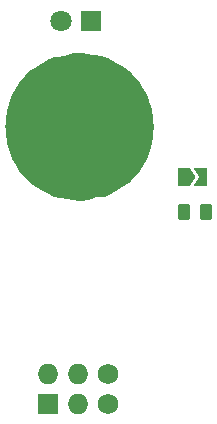
<source format=gbs>
%TF.GenerationSoftware,KiCad,Pcbnew,(6.0.8)*%
%TF.CreationDate,2022-10-04T20:20:28-05:00*%
%TF.ProjectId,DieHardSAO,44696548-6172-4645-9341-4f2e6b696361,rev?*%
%TF.SameCoordinates,Original*%
%TF.FileFunction,Soldermask,Bot*%
%TF.FilePolarity,Negative*%
%FSLAX46Y46*%
G04 Gerber Fmt 4.6, Leading zero omitted, Abs format (unit mm)*
G04 Created by KiCad (PCBNEW (6.0.8)) date 2022-10-04 20:20:28*
%MOMM*%
%LPD*%
G01*
G04 APERTURE LIST*
G04 Aperture macros list*
%AMRoundRect*
0 Rectangle with rounded corners*
0 $1 Rounding radius*
0 $2 $3 $4 $5 $6 $7 $8 $9 X,Y pos of 4 corners*
0 Add a 4 corners polygon primitive as box body*
4,1,4,$2,$3,$4,$5,$6,$7,$8,$9,$2,$3,0*
0 Add four circle primitives for the rounded corners*
1,1,$1+$1,$2,$3*
1,1,$1+$1,$4,$5*
1,1,$1+$1,$6,$7*
1,1,$1+$1,$8,$9*
0 Add four rect primitives between the rounded corners*
20,1,$1+$1,$2,$3,$4,$5,0*
20,1,$1+$1,$4,$5,$6,$7,0*
20,1,$1+$1,$6,$7,$8,$9,0*
20,1,$1+$1,$8,$9,$2,$3,0*%
%AMFreePoly0*
4,1,6,1.000000,0.000000,0.500000,-0.750000,-0.500000,-0.750000,-0.500000,0.750000,0.500000,0.750000,1.000000,0.000000,1.000000,0.000000,$1*%
%AMFreePoly1*
4,1,6,0.500000,-0.750000,-0.650000,-0.750000,-0.150000,0.000000,-0.650000,0.750000,0.500000,0.750000,0.500000,-0.750000,0.500000,-0.750000,$1*%
G04 Aperture macros list end*
%ADD10C,6.300000*%
%ADD11RoundRect,0.101600X-0.398780X-0.599440X0.398780X-0.599440X0.398780X0.599440X-0.398780X0.599440X0*%
%ADD12FreePoly0,0.000000*%
%ADD13FreePoly1,0.000000*%
%ADD14O,1.727200X1.727200*%
%ADD15R,1.727200X1.727200*%
%ADD16C,1.727200*%
%ADD17R,1.800000X1.800000*%
%ADD18C,1.800000*%
G04 APERTURE END LIST*
D10*
X123900000Y-95500000D02*
G75*
G03*
X123900000Y-95500000I-3150000J0D01*
G01*
D11*
%TO.C,R1*%
X129625840Y-102750000D03*
X131424160Y-102750000D03*
%TD*%
D12*
%TO.C,JP1*%
X129550000Y-99750000D03*
D13*
X131000000Y-99750000D03*
%TD*%
D14*
%TO.C,X1*%
X118100200Y-116398400D03*
D15*
X118100200Y-118938400D03*
D14*
X120640200Y-116398400D03*
X120640200Y-118938400D03*
D16*
X123180200Y-116398400D03*
X123180200Y-118938400D03*
%TD*%
D17*
%TO.C,D1*%
X121750000Y-86500000D03*
D18*
X119210000Y-86500000D03*
%TD*%
M02*

</source>
